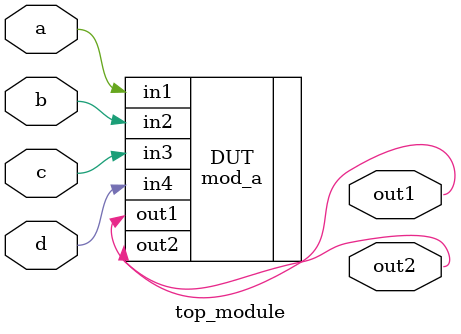
<source format=v>
module top_module ( 
    input a, 
    input b, 
    input c,
    input d,
    output out1,
    output out2
);
    mod_a DUT (.in1(a),.in2(b),.in3(c),.in4(d),.out1(out1),.out2(out2));
endmodule

</source>
